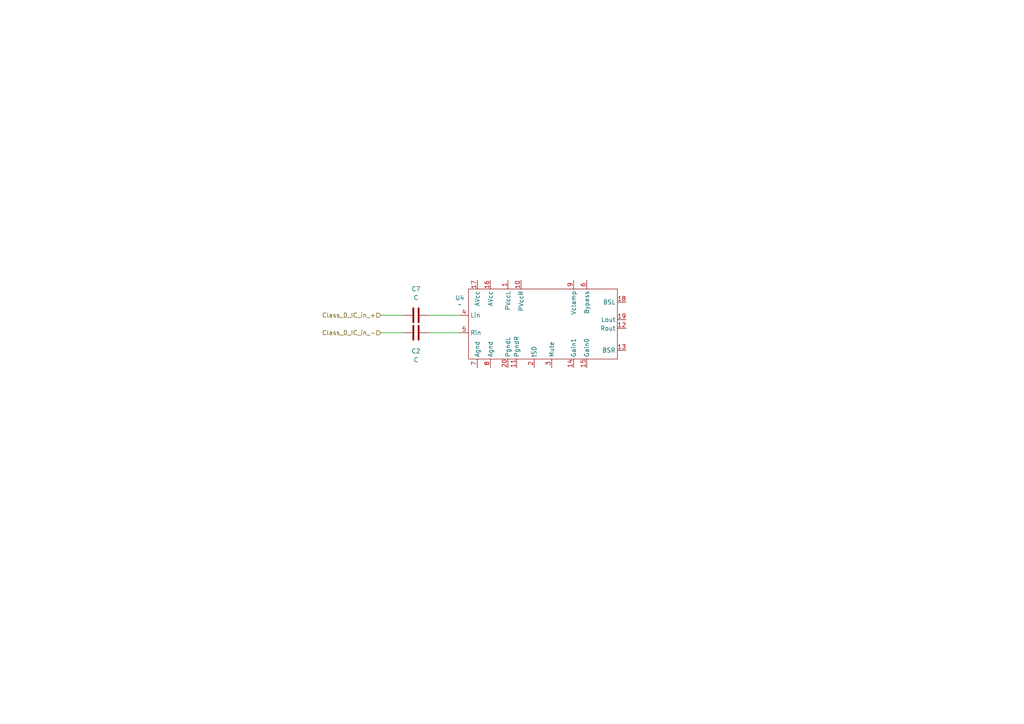
<source format=kicad_sch>
(kicad_sch (version 20231120) (generator "eeschema") (generator_version "8.0")
  (paper "A4")
  (lib_symbols
    (symbol "Custom_Parts:TPA3122"
      (property "Reference" "U" (at -8.636 8.636 0))
      (symbol "TPA3122_0_1"
        (rectangle (start -6.35 7.62) (end 36.83 -12.7))
      )
      (symbol "TPA3122_1_1"
        (pin input line (at 5.08 10.16 270) (length 2.54) (name "PVccL") (number "1"))
        (pin input line (at 8.89 10.16 270) (length 2.54) (name "PVccR") (number "10"))
        (pin input line (at 7.62 -15.24 90) (length 2.54) (name "PgndR") (number "11"))
        (pin input line (at 39.37 -3.81 180) (length 2.54) (name "Rout") (number "12"))
        (pin input line (at 39.37 -10.16 180) (length 2.54) (name "BSR") (number "13"))
        (pin input line (at 24.13 -15.24 90) (length 2.54) (name "Gain1") (number "14"))
        (pin input line (at 27.94 -15.24 90) (length 2.54) (name "Gain0") (number "15"))
        (pin input line (at 0 10.16 270) (length 2.54) (name "AVcc") (number "16"))
        (pin input line (at -3.81 10.16 270) (length 2.54) (name "AVcc") (number "17"))
        (pin input line (at 39.37 3.81 180) (length 2.54) (name "BSL") (number "18"))
        (pin input line (at 39.37 -1.27 180) (length 2.54) (name "Lout") (number "19"))
        (pin input line (at 12.7 -15.24 90) (length 2.54) (name "!SD") (number "2"))
        (pin input line (at 5.08 -15.24 90) (length 2.54) (name "PgndL") (number "20"))
        (pin input line (at 17.78 -15.24 90) (length 2.54) (name "Mute") (number "3"))
        (pin input line (at -8.89 0 0) (length 2.54) (name "Lin") (number "4"))
        (pin input line (at -8.89 -5.08 0) (length 2.54) (name "Rin") (number "5"))
        (pin input line (at 27.94 10.16 270) (length 2.54) (name "Bypass") (number "6"))
        (pin input line (at -3.81 -15.24 90) (length 2.54) (name "Agnd") (number "7"))
        (pin input line (at 0 -15.24 90) (length 2.54) (name "Agnd") (number "8"))
        (pin input line (at 24.13 10.16 270) (length 2.54) (name "Vclamp") (number "9"))
      )
    )
    (symbol "Device:C" (pin_numbers hide) (pin_names (offset 0.254))
      (property "Reference" "C" (at 0.635 2.54 0))
      (property "Value" "C" (at 0.635 -2.54 0))
      (symbol "C_0_1"
        (polyline (pts (xy -2.032 -0.762) (xy 2.032 -0.762)) (stroke (width 0.508)))
        (polyline (pts (xy -2.032 0.762) (xy 2.032 0.762)) (stroke (width 0.508)))
      )
      (symbol "C_1_1"
        (pin passive line (at 0 3.81 270) (length 2.794) (name "~") (number "1"))
        (pin passive line (at 0 -3.81 90) (length 2.794) (name "~") (number "2"))
      )
    )
  )
  (wire (pts (xy 124.46 96.52) (xy 133.35 96.52)))
  (wire (pts (xy 110.49 91.44) (xy 116.84 91.44)))
  (wire (pts (xy 110.49 96.52) (xy 116.84 96.52)))
  (wire (pts (xy 124.46 91.44) (xy 133.35 91.44)))
  (hierarchical_label "Class_D_IC_in_-" (shape input) (at 110.49 96.52 180))
  (hierarchical_label "Class_D_IC_in_+" (shape input) (at 110.49 91.44 180))
  (symbol (lib_id "Custom_Parts:TPA3122") (at 142.24 91.44 0) (unit 1)
    (property "Reference" "U4" (at 133.35 86.3914 0))
    (property "Value" "~" (at 133.35 88.2965 0))
    (property "Footprint" "Package_DIP:CERDIP-20_W7.62mm_SideBrazed_LongPads_Socket" (effects (hide yes)))
  )
  (symbol (lib_id "Device:C") (at 120.65 91.44 90) (unit 1)
    (property "Reference" "C7" (at 120.65 83.82 90))
    (property "Value" "C" (at 120.65 86.36 90))
    (property "Description" "Unpolarized capacitor" (effects (hide yes)))
  )
  (symbol (lib_id "Device:C") (at 120.65 96.52 90) (unit 1)
    (property "Reference" "C2" (at 120.65 101.854 90))
    (property "Value" "C" (at 120.65 104.394 90))
    (property "Description" "Unpolarized capacitor" (effects (hide yes)))
  )
)
</source>
